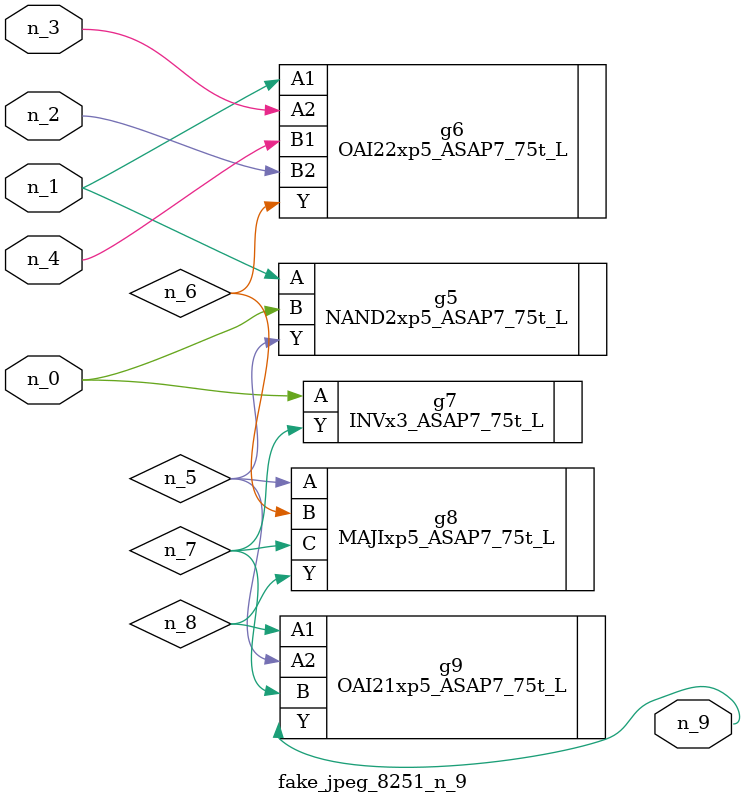
<source format=v>
module fake_jpeg_8251_n_9 (n_3, n_2, n_1, n_0, n_4, n_9);

input n_3;
input n_2;
input n_1;
input n_0;
input n_4;

output n_9;

wire n_8;
wire n_6;
wire n_5;
wire n_7;

NAND2xp5_ASAP7_75t_L g5 ( 
.A(n_1),
.B(n_0),
.Y(n_5)
);

OAI22xp5_ASAP7_75t_L g6 ( 
.A1(n_1),
.A2(n_3),
.B1(n_4),
.B2(n_2),
.Y(n_6)
);

INVx3_ASAP7_75t_L g7 ( 
.A(n_0),
.Y(n_7)
);

MAJIxp5_ASAP7_75t_L g8 ( 
.A(n_5),
.B(n_6),
.C(n_7),
.Y(n_8)
);

OAI21xp5_ASAP7_75t_L g9 ( 
.A1(n_8),
.A2(n_5),
.B(n_7),
.Y(n_9)
);


endmodule
</source>
